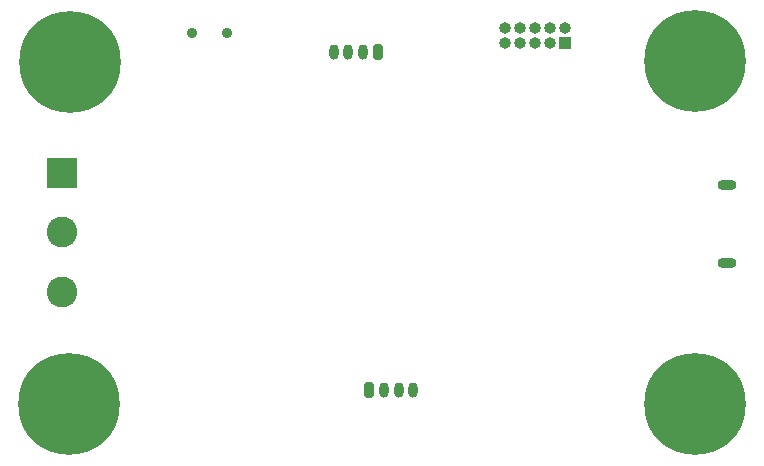
<source format=gbr>
%TF.GenerationSoftware,KiCad,Pcbnew,8.0.4*%
%TF.CreationDate,2024-07-31T13:10:52-04:00*%
%TF.ProjectId,STM32F405RGT6,53544d33-3246-4343-9035-524754362e6b,rev?*%
%TF.SameCoordinates,Original*%
%TF.FileFunction,Soldermask,Bot*%
%TF.FilePolarity,Negative*%
%FSLAX46Y46*%
G04 Gerber Fmt 4.6, Leading zero omitted, Abs format (unit mm)*
G04 Created by KiCad (PCBNEW 8.0.4) date 2024-07-31 13:10:52*
%MOMM*%
%LPD*%
G01*
G04 APERTURE LIST*
G04 Aperture macros list*
%AMRoundRect*
0 Rectangle with rounded corners*
0 $1 Rounding radius*
0 $2 $3 $4 $5 $6 $7 $8 $9 X,Y pos of 4 corners*
0 Add a 4 corners polygon primitive as box body*
4,1,4,$2,$3,$4,$5,$6,$7,$8,$9,$2,$3,0*
0 Add four circle primitives for the rounded corners*
1,1,$1+$1,$2,$3*
1,1,$1+$1,$4,$5*
1,1,$1+$1,$6,$7*
1,1,$1+$1,$8,$9*
0 Add four rect primitives between the rounded corners*
20,1,$1+$1,$2,$3,$4,$5,0*
20,1,$1+$1,$4,$5,$6,$7,0*
20,1,$1+$1,$6,$7,$8,$9,0*
20,1,$1+$1,$8,$9,$2,$3,0*%
G04 Aperture macros list end*
%ADD10C,0.900000*%
%ADD11O,1.600000X0.900000*%
%ADD12RoundRect,0.200000X-0.200000X-0.450000X0.200000X-0.450000X0.200000X0.450000X-0.200000X0.450000X0*%
%ADD13O,0.800000X1.300000*%
%ADD14RoundRect,0.200000X0.200000X0.450000X-0.200000X0.450000X-0.200000X-0.450000X0.200000X-0.450000X0*%
%ADD15R,1.000000X1.000000*%
%ADD16O,1.000000X1.000000*%
%ADD17R,2.600000X2.600000*%
%ADD18C,2.600000*%
%ADD19C,8.600000*%
G04 APERTURE END LIST*
D10*
%TO.C,SW1*%
X91100000Y-74070000D03*
X88100000Y-74070000D03*
%TD*%
D11*
%TO.C,J5*%
X133450000Y-93600000D03*
X133450000Y-87000000D03*
%TD*%
D12*
%TO.C,J4*%
X103125000Y-104300000D03*
D13*
X104375000Y-104300000D03*
X105625000Y-104300000D03*
X106875000Y-104300000D03*
%TD*%
D14*
%TO.C,J3*%
X103875000Y-75700000D03*
D13*
X102625000Y-75700000D03*
X101375000Y-75700000D03*
X100125000Y-75700000D03*
%TD*%
D15*
%TO.C,J2*%
X119680000Y-75000000D03*
D16*
X119680000Y-73730000D03*
X118410000Y-75000000D03*
X118410000Y-73730000D03*
X117140000Y-75000000D03*
X117140000Y-73730000D03*
X115870000Y-75000000D03*
X115870000Y-73730000D03*
X114600000Y-75000000D03*
X114600000Y-73730000D03*
%TD*%
D17*
%TO.C,J1*%
X77100000Y-86000000D03*
D18*
X77100000Y-91000000D03*
X77100000Y-96000000D03*
%TD*%
D10*
%TO.C,H4*%
X74494581Y-105530419D03*
X75439162Y-103250000D03*
X75439162Y-107810838D03*
X77719581Y-102305419D03*
D19*
X77719581Y-105530419D03*
D10*
X77719581Y-108755419D03*
X80000000Y-103250000D03*
X80000000Y-107810838D03*
X80944581Y-105530419D03*
%TD*%
%TO.C,H3*%
X127494581Y-105530419D03*
X128439162Y-103250000D03*
X128439162Y-107810838D03*
X130719581Y-102305419D03*
D19*
X130719581Y-105530419D03*
D10*
X130719581Y-108755419D03*
X133000000Y-103250000D03*
X133000000Y-107810838D03*
X133944581Y-105530419D03*
%TD*%
%TO.C,H2*%
X127525000Y-76500000D03*
X128469581Y-74219581D03*
X128469581Y-78780419D03*
X130750000Y-73275000D03*
D19*
X130750000Y-76500000D03*
D10*
X130750000Y-79725000D03*
X133030419Y-74219581D03*
X133030419Y-78780419D03*
X133975000Y-76500000D03*
%TD*%
%TO.C,H1*%
X74550000Y-76530419D03*
X75494581Y-74250000D03*
X75494581Y-78810838D03*
X77775000Y-73305419D03*
D19*
X77775000Y-76530419D03*
D10*
X77775000Y-79755419D03*
X80055419Y-74250000D03*
X80055419Y-78810838D03*
X81000000Y-76530419D03*
%TD*%
M02*

</source>
